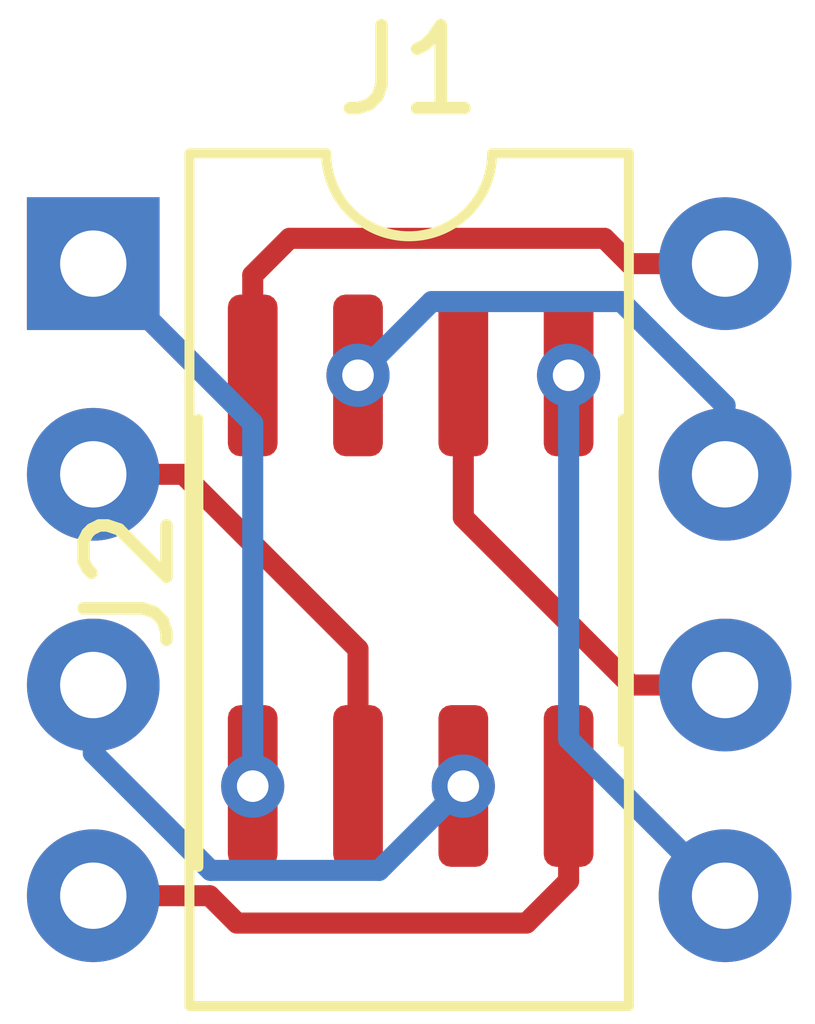
<source format=kicad_pcb>
(kicad_pcb (version 20171130) (host pcbnew "(5.1.5)-3")

  (general
    (thickness 1.6)
    (drawings 0)
    (tracks 33)
    (zones 0)
    (modules 2)
    (nets 9)
  )

  (page A4)
  (layers
    (0 F.Cu signal)
    (31 B.Cu signal)
    (32 B.Adhes user)
    (33 F.Adhes user)
    (34 B.Paste user)
    (35 F.Paste user)
    (36 B.SilkS user)
    (37 F.SilkS user)
    (38 B.Mask user)
    (39 F.Mask user)
    (40 Dwgs.User user)
    (41 Cmts.User user)
    (42 Eco1.User user)
    (43 Eco2.User user)
    (44 Edge.Cuts user)
    (45 Margin user)
    (46 B.CrtYd user)
    (47 F.CrtYd user)
    (48 B.Fab user hide)
    (49 F.Fab user hide)
  )

  (setup
    (last_trace_width 0.254)
    (trace_clearance 0.2286)
    (zone_clearance 0.508)
    (zone_45_only no)
    (trace_min 0.2)
    (via_size 0.762)
    (via_drill 0.381)
    (via_min_size 0.4)
    (via_min_drill 0.3)
    (uvia_size 0.3)
    (uvia_drill 0.1)
    (uvias_allowed no)
    (uvia_min_size 0.2)
    (uvia_min_drill 0.1)
    (edge_width 0.05)
    (segment_width 0.2)
    (pcb_text_width 0.3)
    (pcb_text_size 1.5 1.5)
    (mod_edge_width 0.12)
    (mod_text_size 1 1)
    (mod_text_width 0.15)
    (pad_size 1.524 1.524)
    (pad_drill 0.762)
    (pad_to_mask_clearance 0.051)
    (solder_mask_min_width 0.25)
    (aux_axis_origin 0 0)
    (visible_elements FFFFFF7F)
    (pcbplotparams
      (layerselection 0x010fc_ffffffff)
      (usegerberextensions false)
      (usegerberattributes false)
      (usegerberadvancedattributes false)
      (creategerberjobfile false)
      (excludeedgelayer true)
      (linewidth 0.100000)
      (plotframeref false)
      (viasonmask false)
      (mode 1)
      (useauxorigin false)
      (hpglpennumber 1)
      (hpglpenspeed 20)
      (hpglpendiameter 15.000000)
      (psnegative false)
      (psa4output false)
      (plotreference true)
      (plotvalue true)
      (plotinvisibletext false)
      (padsonsilk false)
      (subtractmaskfromsilk false)
      (outputformat 1)
      (mirror false)
      (drillshape 1)
      (scaleselection 1)
      (outputdirectory ""))
  )

  (net 0 "")
  (net 1 /Pin8)
  (net 2 /Pin4)
  (net 3 /Pin7)
  (net 4 /Pin3)
  (net 5 /Pin2)
  (net 6 /Pin5)
  (net 7 /Pin1)
  (net 8 /Pin6)

  (net_class Default "This is the default net class."
    (clearance 0.2286)
    (trace_width 0.254)
    (via_dia 0.762)
    (via_drill 0.381)
    (uvia_dia 0.3)
    (uvia_drill 0.1)
    (add_net /Pin1)
    (add_net /Pin2)
    (add_net /Pin3)
    (add_net /Pin4)
    (add_net /Pin5)
    (add_net /Pin6)
    (add_net /Pin7)
    (add_net /Pin8)
  )

  (module Package_DIP:DIP-8_W7.62mm (layer F.Cu) (tedit 5A02E8C5) (tstamp 5FEC6A46)
    (at 132.570001 69.520001)
    (descr "8-lead though-hole mounted DIP package, row spacing 7.62 mm (300 mils)")
    (tags "THT DIP DIL PDIP 2.54mm 7.62mm 300mil")
    (path /5FEC81C7)
    (fp_text reference J1 (at 3.81 -2.33) (layer F.SilkS)
      (effects (font (size 1 1) (thickness 0.15)))
    )
    (fp_text value Conn_02x04_Counter_Clockwise (at 3.81 9.95) (layer F.Fab)
      (effects (font (size 1 1) (thickness 0.15)))
    )
    (fp_text user %R (at 3.81 3.81) (layer F.Fab)
      (effects (font (size 1 1) (thickness 0.15)))
    )
    (fp_line (start 8.7 -1.55) (end -1.1 -1.55) (layer F.CrtYd) (width 0.05))
    (fp_line (start 8.7 9.15) (end 8.7 -1.55) (layer F.CrtYd) (width 0.05))
    (fp_line (start -1.1 9.15) (end 8.7 9.15) (layer F.CrtYd) (width 0.05))
    (fp_line (start -1.1 -1.55) (end -1.1 9.15) (layer F.CrtYd) (width 0.05))
    (fp_line (start 6.46 -1.33) (end 4.81 -1.33) (layer F.SilkS) (width 0.12))
    (fp_line (start 6.46 8.95) (end 6.46 -1.33) (layer F.SilkS) (width 0.12))
    (fp_line (start 1.16 8.95) (end 6.46 8.95) (layer F.SilkS) (width 0.12))
    (fp_line (start 1.16 -1.33) (end 1.16 8.95) (layer F.SilkS) (width 0.12))
    (fp_line (start 2.81 -1.33) (end 1.16 -1.33) (layer F.SilkS) (width 0.12))
    (fp_line (start 0.635 -0.27) (end 1.635 -1.27) (layer F.Fab) (width 0.1))
    (fp_line (start 0.635 8.89) (end 0.635 -0.27) (layer F.Fab) (width 0.1))
    (fp_line (start 6.985 8.89) (end 0.635 8.89) (layer F.Fab) (width 0.1))
    (fp_line (start 6.985 -1.27) (end 6.985 8.89) (layer F.Fab) (width 0.1))
    (fp_line (start 1.635 -1.27) (end 6.985 -1.27) (layer F.Fab) (width 0.1))
    (fp_arc (start 3.81 -1.33) (end 2.81 -1.33) (angle -180) (layer F.SilkS) (width 0.12))
    (pad 8 thru_hole oval (at 7.62 0) (size 1.6 1.6) (drill 0.8) (layers *.Cu *.Mask)
      (net 1 /Pin8))
    (pad 4 thru_hole oval (at 0 7.62) (size 1.6 1.6) (drill 0.8) (layers *.Cu *.Mask)
      (net 2 /Pin4))
    (pad 7 thru_hole oval (at 7.62 2.54) (size 1.6 1.6) (drill 0.8) (layers *.Cu *.Mask)
      (net 3 /Pin7))
    (pad 3 thru_hole oval (at 0 5.08) (size 1.6 1.6) (drill 0.8) (layers *.Cu *.Mask)
      (net 4 /Pin3))
    (pad 6 thru_hole oval (at 7.62 5.08) (size 1.6 1.6) (drill 0.8) (layers *.Cu *.Mask)
      (net 8 /Pin6))
    (pad 2 thru_hole oval (at 0 2.54) (size 1.6 1.6) (drill 0.8) (layers *.Cu *.Mask)
      (net 5 /Pin2))
    (pad 5 thru_hole oval (at 7.62 7.62) (size 1.6 1.6) (drill 0.8) (layers *.Cu *.Mask)
      (net 6 /Pin5))
    (pad 1 thru_hole rect (at 0 0) (size 1.6 1.6) (drill 0.8) (layers *.Cu *.Mask)
      (net 7 /Pin1))
    (model ${KISYS3DMOD}/Package_DIP.3dshapes/DIP-8_W7.62mm.wrl
      (at (xyz 0 0 0))
      (scale (xyz 1 1 1))
      (rotate (xyz 0 0 0))
    )
  )

  (module Package_SO:SOIC-8_3.9x4.9mm_P1.27mm (layer F.Cu) (tedit 5D9F72B1) (tstamp 5FEC6D3B)
    (at 136.398 73.3425 90)
    (descr "SOIC, 8 Pin (JEDEC MS-012AA, https://www.analog.com/media/en/package-pcb-resources/package/pkg_pdf/soic_narrow-r/r_8.pdf), generated with kicad-footprint-generator ipc_gullwing_generator.py")
    (tags "SOIC SO")
    (path /5FEC883E)
    (attr smd)
    (fp_text reference J2 (at 0 -3.4 90) (layer F.SilkS)
      (effects (font (size 1 1) (thickness 0.15)))
    )
    (fp_text value Conn_02x04_Counter_Clockwise (at 0 3.4 90) (layer F.Fab)
      (effects (font (size 1 1) (thickness 0.15)))
    )
    (fp_text user %R (at 0 0 90) (layer F.Fab)
      (effects (font (size 0.98 0.98) (thickness 0.15)))
    )
    (fp_line (start 3.7 -2.7) (end -3.7 -2.7) (layer F.CrtYd) (width 0.05))
    (fp_line (start 3.7 2.7) (end 3.7 -2.7) (layer F.CrtYd) (width 0.05))
    (fp_line (start -3.7 2.7) (end 3.7 2.7) (layer F.CrtYd) (width 0.05))
    (fp_line (start -3.7 -2.7) (end -3.7 2.7) (layer F.CrtYd) (width 0.05))
    (fp_line (start -1.95 -1.475) (end -0.975 -2.45) (layer F.Fab) (width 0.1))
    (fp_line (start -1.95 2.45) (end -1.95 -1.475) (layer F.Fab) (width 0.1))
    (fp_line (start 1.95 2.45) (end -1.95 2.45) (layer F.Fab) (width 0.1))
    (fp_line (start 1.95 -2.45) (end 1.95 2.45) (layer F.Fab) (width 0.1))
    (fp_line (start -0.975 -2.45) (end 1.95 -2.45) (layer F.Fab) (width 0.1))
    (fp_line (start 0 -2.56) (end -3.45 -2.56) (layer F.SilkS) (width 0.12))
    (fp_line (start 0 -2.56) (end 1.95 -2.56) (layer F.SilkS) (width 0.12))
    (fp_line (start 0 2.56) (end -1.95 2.56) (layer F.SilkS) (width 0.12))
    (fp_line (start 0 2.56) (end 1.95 2.56) (layer F.SilkS) (width 0.12))
    (pad 8 smd roundrect (at 2.475 -1.905 90) (size 1.95 0.6) (layers F.Cu F.Paste F.Mask) (roundrect_rratio 0.25)
      (net 1 /Pin8))
    (pad 7 smd roundrect (at 2.475 -0.635 90) (size 1.95 0.6) (layers F.Cu F.Paste F.Mask) (roundrect_rratio 0.25)
      (net 3 /Pin7))
    (pad 6 smd roundrect (at 2.475 0.635 90) (size 1.95 0.6) (layers F.Cu F.Paste F.Mask) (roundrect_rratio 0.25)
      (net 8 /Pin6))
    (pad 5 smd roundrect (at 2.475 1.905 90) (size 1.95 0.6) (layers F.Cu F.Paste F.Mask) (roundrect_rratio 0.25)
      (net 6 /Pin5))
    (pad 4 smd roundrect (at -2.475 1.905 90) (size 1.95 0.6) (layers F.Cu F.Paste F.Mask) (roundrect_rratio 0.25)
      (net 2 /Pin4))
    (pad 3 smd roundrect (at -2.475 0.635 90) (size 1.95 0.6) (layers F.Cu F.Paste F.Mask) (roundrect_rratio 0.25)
      (net 4 /Pin3))
    (pad 2 smd roundrect (at -2.475 -0.635 90) (size 1.95 0.6) (layers F.Cu F.Paste F.Mask) (roundrect_rratio 0.25)
      (net 5 /Pin2))
    (pad 1 smd roundrect (at -2.475 -1.905 90) (size 1.95 0.6) (layers F.Cu F.Paste F.Mask) (roundrect_rratio 0.25)
      (net 7 /Pin1))
    (model ${KISYS3DMOD}/Package_SO.3dshapes/SOIC-8_3.9x4.9mm_P1.27mm.wrl
      (at (xyz 0 0 0))
      (scale (xyz 1 1 1))
      (rotate (xyz 0 0 0))
    )
  )

  (segment (start 139.885 69.215) (end 140.190001 69.520001) (width 0.254) (layer B.Cu) (net 1))
  (segment (start 139.040002 69.520001) (end 140.190001 69.520001) (width 0.254) (layer F.Cu) (net 1))
  (segment (start 134.9375 69.215) (end 138.735001 69.215) (width 0.254) (layer F.Cu) (net 1))
  (segment (start 134.493 70.8675) (end 134.493 69.6595) (width 0.254) (layer F.Cu) (net 1))
  (segment (start 138.735001 69.215) (end 139.040002 69.520001) (width 0.254) (layer F.Cu) (net 1))
  (segment (start 134.493 69.6595) (end 134.9375 69.215) (width 0.254) (layer F.Cu) (net 1))
  (segment (start 138.303 75.8175) (end 138.303 76.962) (width 0.254) (layer F.Cu) (net 2))
  (segment (start 138.303 76.962) (end 137.795 77.47) (width 0.254) (layer F.Cu) (net 2))
  (segment (start 137.795 77.47) (end 134.3025 77.47) (width 0.254) (layer F.Cu) (net 2))
  (segment (start 133.972501 77.140001) (end 132.570001 77.140001) (width 0.254) (layer F.Cu) (net 2))
  (segment (start 134.3025 77.47) (end 133.972501 77.140001) (width 0.254) (layer F.Cu) (net 2))
  (via (at 135.763 70.866) (size 0.762) (drill 0.381) (layers F.Cu B.Cu) (net 3))
  (via (at 138.303 70.866) (size 0.762) (drill 0.381) (layers F.Cu B.Cu) (net 6))
  (segment (start 138.938 69.977) (end 140.190001 71.229001) (width 0.254) (layer B.Cu) (net 3))
  (segment (start 140.190001 71.229001) (end 140.190001 72.060001) (width 0.254) (layer B.Cu) (net 3))
  (segment (start 135.763 70.866) (end 136.652 69.977) (width 0.254) (layer B.Cu) (net 3))
  (segment (start 136.652 69.977) (end 138.938 69.977) (width 0.254) (layer B.Cu) (net 3))
  (via (at 137.033 75.819) (size 0.762) (drill 0.381) (layers F.Cu B.Cu) (net 4))
  (segment (start 132.570001 75.420001) (end 132.570001 74.600001) (width 0.254) (layer B.Cu) (net 4))
  (segment (start 133.985 76.835) (end 132.570001 75.420001) (width 0.254) (layer B.Cu) (net 4))
  (segment (start 137.033 75.819) (end 136.017 76.835) (width 0.254) (layer B.Cu) (net 4))
  (segment (start 136.017 76.835) (end 133.985 76.835) (width 0.254) (layer B.Cu) (net 4))
  (segment (start 135.763 74.168) (end 135.763 75.8175) (width 0.254) (layer F.Cu) (net 5))
  (segment (start 132.570001 72.060001) (end 133.655001 72.060001) (width 0.254) (layer F.Cu) (net 5))
  (segment (start 133.655001 72.060001) (end 135.763 74.168) (width 0.254) (layer F.Cu) (net 5))
  (segment (start 138.303 75.253) (end 140.190001 77.140001) (width 0.254) (layer B.Cu) (net 6))
  (segment (start 138.303 70.866) (end 138.303 75.253) (width 0.254) (layer B.Cu) (net 6))
  (via (at 134.493 75.819) (size 0.762) (drill 0.381) (layers F.Cu B.Cu) (net 7))
  (segment (start 134.493 71.443) (end 132.570001 69.520001) (width 0.254) (layer B.Cu) (net 7))
  (segment (start 134.493 75.819) (end 134.493 71.443) (width 0.254) (layer B.Cu) (net 7))
  (segment (start 139.052501 74.600001) (end 140.190001 74.600001) (width 0.254) (layer F.Cu) (net 8))
  (segment (start 137.033 70.8675) (end 137.033 72.5805) (width 0.254) (layer F.Cu) (net 8))
  (segment (start 137.033 72.5805) (end 139.052501 74.600001) (width 0.254) (layer F.Cu) (net 8))

)

</source>
